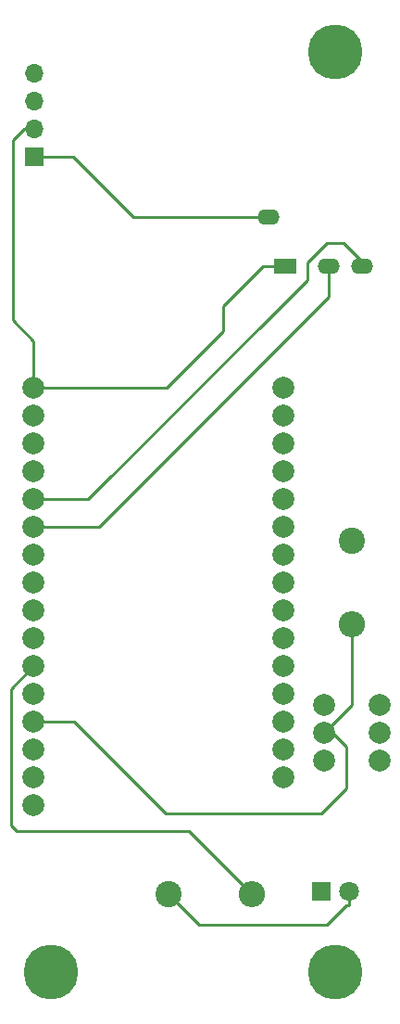
<source format=gbr>
%TF.GenerationSoftware,KiCad,Pcbnew,9.0.2*%
%TF.CreationDate,2025-05-28T09:58:12-07:00*%
%TF.ProjectId,AnalogIn,416e616c-6f67-4496-9e2e-6b696361645f,rev?*%
%TF.SameCoordinates,Original*%
%TF.FileFunction,Copper,L1,Top*%
%TF.FilePolarity,Positive*%
%FSLAX46Y46*%
G04 Gerber Fmt 4.6, Leading zero omitted, Abs format (unit mm)*
G04 Created by KiCad (PCBNEW 9.0.2) date 2025-05-28 09:58:12*
%MOMM*%
%LPD*%
G01*
G04 APERTURE LIST*
%TA.AperFunction,ComponentPad*%
%ADD10C,2.000000*%
%TD*%
%TA.AperFunction,ComponentPad*%
%ADD11O,2.000000X1.400000*%
%TD*%
%TA.AperFunction,ComponentPad*%
%ADD12R,2.000000X1.400000*%
%TD*%
%TA.AperFunction,ComponentPad*%
%ADD13R,1.700000X1.700000*%
%TD*%
%TA.AperFunction,ComponentPad*%
%ADD14O,1.700000X1.700000*%
%TD*%
%TA.AperFunction,ComponentPad*%
%ADD15R,1.800000X1.800000*%
%TD*%
%TA.AperFunction,ComponentPad*%
%ADD16C,1.800000*%
%TD*%
%TA.AperFunction,ComponentPad*%
%ADD17C,2.400000*%
%TD*%
%TA.AperFunction,ComponentPad*%
%ADD18O,2.400000X2.400000*%
%TD*%
%TA.AperFunction,ViaPad*%
%ADD19C,5.000000*%
%TD*%
%TA.AperFunction,Conductor*%
%ADD20C,0.250000*%
%TD*%
G04 APERTURE END LIST*
D10*
%TO.P,M1,1*%
%TO.N,Net-(M1-Pad1)*%
X160401000Y-110769400D03*
%TO.P,M1,2*%
%TO.N,Net-(M1-Pad2)*%
X160401000Y-108229400D03*
%TO.P,M1,3*%
%TO.N,Net-(M1-Pad3)*%
X160401000Y-105689400D03*
%TO.P,M1,4*%
%TO.N,Net-(M1-Pad4)*%
X160401000Y-103149400D03*
%TO.P,M1,5*%
%TO.N,Net-(M1-Pad5)*%
X160401000Y-100609400D03*
%TO.P,M1,6*%
%TO.N,Net-(M1-Pad6)*%
X160401000Y-98069400D03*
%TO.P,M1,7*%
%TO.N,Net-(M1-Pad7)*%
X160401000Y-95529400D03*
%TO.P,M1,8*%
%TO.N,Net-(M1-Pad8)*%
X160401000Y-92989400D03*
%TO.P,M1,9*%
%TO.N,Net-(M1-Pad9)*%
X160401000Y-90449400D03*
%TO.P,M1,10*%
%TO.N,Net-(M1-Pad10)*%
X160401000Y-87909400D03*
%TO.P,M1,11*%
%TO.N,Net-(J1-PadR1)*%
X160401000Y-85369400D03*
%TO.P,M1,12*%
%TO.N,Net-(J1-PadR2)*%
X160401000Y-82829400D03*
%TO.P,M1,13*%
%TO.N,Net-(M1-Pad13)*%
X160401000Y-80289400D03*
%TO.P,M1,14*%
%TO.N,Net-(M1-Pad14)*%
X160401000Y-77749400D03*
%TO.P,M1,15*%
%TO.N,Net-(M1-Pad15)*%
X160401000Y-75209400D03*
%TO.P,M1,16*%
%TO.N,Net-(J1-PadT)*%
X160401000Y-72669400D03*
%TO.P,M1,18*%
%TO.N,Net-(M1-Pad18)*%
X183261000Y-108229400D03*
%TO.P,M1,19*%
%TO.N,Net-(M1-Pad19)*%
X183261000Y-105689400D03*
%TO.P,M1,20*%
%TO.N,Net-(M1-Pad20)*%
X183261000Y-103149400D03*
%TO.P,M1,21*%
%TO.N,Net-(M1-Pad21)*%
X183261000Y-100609400D03*
%TO.P,M1,22*%
%TO.N,Net-(M1-Pad22)*%
X183261000Y-98069400D03*
%TO.P,M1,23*%
%TO.N,Net-(M1-Pad23)*%
X183261000Y-95529400D03*
%TO.P,M1,24*%
%TO.N,Net-(M1-Pad24)*%
X183261000Y-92989400D03*
%TO.P,M1,25*%
%TO.N,Net-(M1-Pad25)*%
X183261000Y-90449400D03*
%TO.P,M1,26*%
%TO.N,Net-(M1-Pad26)*%
X183261000Y-87909400D03*
%TO.P,M1,27*%
%TO.N,Net-(J2-Pad4)*%
X183261000Y-85369400D03*
%TO.P,M1,28*%
%TO.N,Net-(M1-Pad28)*%
X183261000Y-82829400D03*
%TO.P,M1,29*%
%TO.N,Net-(M1-Pad29)*%
X183261000Y-80289400D03*
%TO.P,M1,30*%
%TO.N,Net-(J2-Pad3)*%
X183261000Y-77749400D03*
%TO.P,M1,31*%
%TO.N,Net-(M1-Pad31)*%
X183261000Y-75209400D03*
%TO.P,M1,32*%
%TO.N,Net-(D2-Pad1)*%
X183261000Y-72669400D03*
%TD*%
D11*
%TO.P,J1,R1*%
%TO.N,Net-(J1-PadR1)*%
X187410000Y-61540000D03*
%TO.P,J1,R2*%
%TO.N,Net-(J1-PadR2)*%
X190410000Y-61540000D03*
%TO.P,J1,S*%
%TO.N,Net-(D2-Pad1)*%
X181910000Y-57040000D03*
D12*
%TO.P,J1,T*%
%TO.N,Net-(J1-PadT)*%
X183410000Y-61540000D03*
%TD*%
D13*
%TO.P,J2,1*%
%TO.N,Net-(D2-Pad1)*%
X160451800Y-51536600D03*
D14*
%TO.P,J2,2*%
%TO.N,Net-(J1-PadT)*%
X160451800Y-48996600D03*
%TO.P,J2,3*%
%TO.N,Net-(J2-Pad3)*%
X160451800Y-46456600D03*
%TO.P,J2,4*%
%TO.N,Net-(J2-Pad4)*%
X160451800Y-43916600D03*
%TD*%
D15*
%TO.P,D2,1*%
%TO.N,Net-(D2-Pad1)*%
X186690000Y-118618000D03*
D16*
%TO.P,D2,2*%
%TO.N,Net-(D2-Pad2)*%
X189230000Y-118618000D03*
%TD*%
D17*
%TO.P,R1,1*%
%TO.N,Net-(D2-Pad1)*%
X189484000Y-86614000D03*
D18*
%TO.P,R1,2*%
%TO.N,Net-(M1-Pad4)*%
X189484000Y-94234000D03*
%TD*%
D17*
%TO.P,R2,1*%
%TO.N,Net-(D2-Pad2)*%
X172720000Y-118872000D03*
D18*
%TO.P,R2,2*%
%TO.N,Net-(M1-Pad6)*%
X180340000Y-118872000D03*
%TD*%
D10*
%TO.P,SW1,1*%
%TO.N,Net-(J1-PadT)*%
X186944000Y-101600000D03*
%TO.P,SW1,2*%
%TO.N,Net-(M1-Pad4)*%
X186944000Y-104140000D03*
%TO.P,SW1,3*%
%TO.N,N/C*%
X186944000Y-106680000D03*
%TO.P,SW1,4*%
X192024000Y-106680000D03*
%TO.P,SW1,5*%
X192024000Y-104140000D03*
%TO.P,SW1,6*%
X192024000Y-101600000D03*
%TD*%
D19*
%TO.N,*%
X162000000Y-126000000D03*
X188000000Y-42000000D03*
X188000000Y-126000000D03*
%TD*%
D20*
%TO.N,Net-(M1-Pad4)*%
X189484000Y-101600000D02*
X189484000Y-94234000D01*
X186944000Y-104140000D02*
X187706000Y-104140000D01*
X172466000Y-111506000D02*
X186690000Y-111506000D01*
X160401000Y-103149400D02*
X164109400Y-103149400D01*
X186944000Y-104140000D02*
X189484000Y-101600000D01*
X164109400Y-103149400D02*
X172466000Y-111506000D01*
X188976000Y-105410000D02*
X188976000Y-109220000D01*
X187706000Y-104140000D02*
X188976000Y-105410000D01*
X186690000Y-111506000D02*
X188976000Y-109220000D01*
%TO.N,Net-(M1-Pad6)*%
X180340000Y-118872000D02*
X174578000Y-113110000D01*
X158850000Y-113110000D02*
X158340000Y-112600000D01*
X174578000Y-113110000D02*
X168990000Y-113110000D01*
X158340000Y-100130400D02*
X160401000Y-98069400D01*
X158340000Y-112600000D02*
X158340000Y-100130400D01*
X168990000Y-113110000D02*
X158850000Y-113110000D01*
%TO.N,Net-(D2-Pad2)*%
X189230000Y-119888000D02*
X188976000Y-119888000D01*
X189230000Y-118618000D02*
X189230000Y-119888000D01*
X175514000Y-121666000D02*
X172720000Y-118872000D01*
X188976000Y-119888000D02*
X187198000Y-121666000D01*
X187198000Y-121666000D02*
X175514000Y-121666000D01*
%TO.N,Net-(J1-PadT)*%
X159503400Y-48996600D02*
X158500000Y-50000000D01*
X158500000Y-50000000D02*
X158500000Y-66500000D01*
X172580600Y-72669400D02*
X177750000Y-67500000D01*
X160401000Y-68401000D02*
X160401000Y-72669400D01*
X160401000Y-72669400D02*
X172580600Y-72669400D01*
X181410000Y-61540000D02*
X183410000Y-61540000D01*
X160451800Y-48996600D02*
X159503400Y-48996600D01*
X177750000Y-67500000D02*
X177750000Y-65200000D01*
X158500000Y-66500000D02*
X160401000Y-68401000D01*
X177750000Y-65200000D02*
X181410000Y-61540000D01*
%TO.N,Net-(J1-PadR1)*%
X185184000Y-66566000D02*
X185410000Y-66340000D01*
X166380600Y-85369400D02*
X185184000Y-66566000D01*
X160401000Y-85369400D02*
X166380600Y-85369400D01*
X187410000Y-64340000D02*
X185184000Y-66566000D01*
X187410000Y-61540000D02*
X187410000Y-64340000D01*
%TO.N,Net-(J1-PadR2)*%
X190410000Y-61540000D02*
X190410000Y-61124000D01*
X165420600Y-82829400D02*
X160401000Y-82829400D01*
X190410000Y-61124000D02*
X188722000Y-59436000D01*
X185420000Y-62830000D02*
X183180000Y-65070000D01*
X183180000Y-65070000D02*
X165420600Y-82829400D01*
X185420000Y-61214000D02*
X185420000Y-62830000D01*
X183250000Y-65000000D02*
X183180000Y-65070000D01*
X187198000Y-59436000D02*
X185420000Y-61214000D01*
X188722000Y-59436000D02*
X187198000Y-59436000D01*
%TO.N,Net-(D2-Pad1)*%
X176386000Y-57040000D02*
X176040000Y-57040000D01*
X176710000Y-57040000D02*
X176386000Y-57040000D01*
X181910000Y-57040000D02*
X176386000Y-57040000D01*
X160451800Y-51536600D02*
X164036600Y-51536600D01*
X164036600Y-51536600D02*
X169540000Y-57040000D01*
X169540000Y-57040000D02*
X176710000Y-57040000D01*
%TD*%
M02*

</source>
